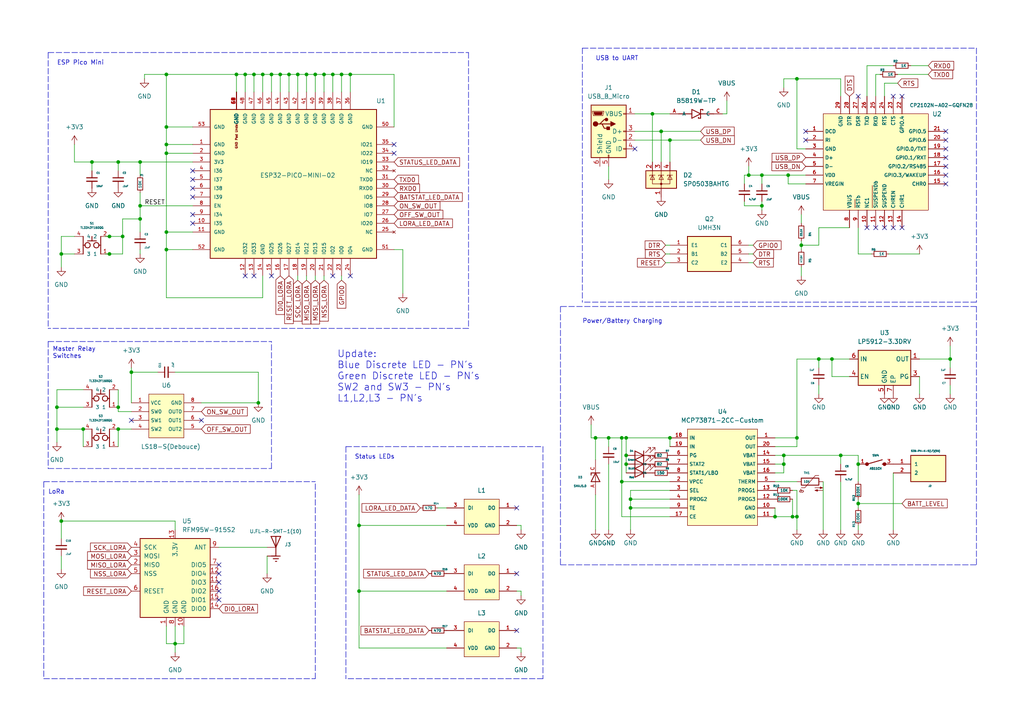
<source format=kicad_sch>
(kicad_sch (version 20211123) (generator eeschema)
  (paper "A4")
  (title_block (title "Kill Switch - Remote") (date "2023-01-18") (rev "1.0") (company "Created by: Greg Hulette") (comment 1 "- LoRa to WiFi Bridge") (comment 2 "- Buttons for Master Relay") (comment 3 "- Creates WiFi Network"))
  (junction (at 220.98 59.69))
  (junction (at 76.2 21.59))
  (junction (at 248.92 146.05))
  (junction (at 88.9 21.59))
  (junction (at 48.26 21.59))
  (junction (at 248.92 134.62))
  (junction (at 24.13 124.46))
  (junction (at 180.34 127))
  (junction (at 180.34 139.7))
  (junction (at 99.06 21.59))
  (junction (at 229.87 149.86))
  (junction (at 232.41 71.12))
  (junction (at 228.6 50.8))
  (junction (at 48.26 44.45))
  (junction (at 50.8 186.69))
  (junction (at 182.88 144.78))
  (junction (at 224.79 149.86))
  (junction (at 34.29 46.99))
  (junction (at 93.98 21.59))
  (junction (at 17.78 73.66))
  (junction (at 83.82 21.59))
  (junction (at 48.26 72.39))
  (junction (at 231.14 127))
  (junction (at 48.26 41.91))
  (junction (at 68.58 21.59))
  (junction (at 231.14 22.86))
  (junction (at 17.78 151.13))
  (junction (at 16.51 124.46))
  (junction (at 189.23 33.02))
  (junction (at 71.12 21.59))
  (junction (at 101.6 21.59))
  (junction (at 78.74 21.59))
  (junction (at 181.61 127))
  (junction (at 48.26 67.31))
  (junction (at 40.64 46.99))
  (junction (at 104.14 152.4))
  (junction (at 35.56 68.58))
  (junction (at 40.64 59.69))
  (junction (at 74.93 116.84))
  (junction (at 34.29 124.46))
  (junction (at 182.88 147.32))
  (junction (at 194.31 40.64))
  (junction (at 86.36 21.59))
  (junction (at 172.72 127))
  (junction (at 217.17 50.8))
  (junction (at 237.49 104.14))
  (junction (at 40.64 63.5))
  (junction (at 73.66 21.59))
  (junction (at 181.61 132.08))
  (junction (at 220.98 50.8))
  (junction (at 227.33 132.08))
  (junction (at 241.3 104.14))
  (junction (at 194.31 127))
  (junction (at 91.44 21.59))
  (junction (at 38.1 107.95))
  (junction (at 16.51 118.11))
  (junction (at 243.84 132.08))
  (junction (at 191.77 38.1))
  (junction (at 227.33 134.62))
  (junction (at 275.59 104.14))
  (junction (at 81.28 21.59))
  (junction (at 181.61 134.62))
  (junction (at 31.75 73.66))
  (junction (at 26.67 46.99))
  (junction (at 104.14 171.45))
  (junction (at 48.26 36.83))
  (junction (at 34.29 118.11))
  (junction (at 31.75 68.58))
  (junction (at 176.53 127))
  (junction (at 231.14 149.86))
  (junction (at 96.52 21.59))
  (no_connect (at 259.08 27.94))
  (no_connect (at 149.86 166.37))
  (no_connect (at 63.5 166.37))
  (no_connect (at 63.5 163.83))
  (no_connect (at 63.5 168.91))
  (no_connect (at 63.5 173.99))
  (no_connect (at 63.5 171.45))
  (no_connect (at 55.88 57.15))
  (no_connect (at 55.88 62.23))
  (no_connect (at 55.88 49.53))
  (no_connect (at 55.88 52.07))
  (no_connect (at 55.88 54.61))
  (no_connect (at 71.12 80.01))
  (no_connect (at 55.88 64.77))
  (no_connect (at 114.3 41.91))
  (no_connect (at 96.52 80.01))
  (no_connect (at 101.6 80.01))
  (no_connect (at 73.66 80.01))
  (no_connect (at 78.74 80.01))
  (no_connect (at 114.3 44.45))
  (no_connect (at 149.86 147.32))
  (no_connect (at 149.86 182.88))
  (no_connect (at 38.1 121.92))
  (no_connect (at 58.42 121.92))
  (no_connect (at 248.92 27.94))
  (no_connect (at 233.68 38.1))
  (no_connect (at 233.68 40.64))
  (no_connect (at 261.62 27.94))
  (no_connect (at 256.54 66.04))
  (no_connect (at 254 66.04))
  (no_connect (at 251.46 66.04))
  (no_connect (at 274.32 53.34))
  (no_connect (at 274.32 38.1))
  (no_connect (at 274.32 40.64))
  (no_connect (at 274.32 43.18))
  (no_connect (at 274.32 45.72))
  (no_connect (at 274.32 48.26))
  (no_connect (at 274.32 50.8))
  (no_connect (at 261.62 66.04))
  (no_connect (at 259.08 66.04))
  (no_connect (at 184.15 43.18))
  (polyline (pts (xy 135.89 15.24) (xy 135.89 95.25)))
  (polyline (pts (xy 100.33 129.54) (xy 157.48 129.54)))
  (wire (pts (xy 193.04 76.2) (xy 194.31 76.2)))
  (wire (pts (xy 16.51 113.03) (xy 16.51 118.11)))
  (wire (pts (xy 237.49 104.14) (xy 241.3 104.14)))
  (wire (pts (xy 40.64 46.99) (xy 34.29 46.99)))
  (wire (pts (xy 55.88 72.39) (xy 48.26 72.39)))
  (wire (pts (xy 215.9 58.42) (xy 215.9 59.69)))
  (wire (pts (xy 180.34 139.7) (xy 180.34 149.86)))
  (wire (pts (xy 104.14 187.96) (xy 129.54 187.96)))
  (wire (pts (xy 50.8 186.69) (xy 50.8 189.23)))
  (wire (pts (xy 254 27.94) (xy 254 21.59)))
  (wire (pts (xy 231.14 104.14) (xy 237.49 104.14)))
  (wire (pts (xy 256.54 27.94) (xy 256.54 24.13)))
  (wire (pts (xy 171.45 123.19) (xy 171.45 127)))
  (polyline (pts (xy 12.7 196.85) (xy 91.44 196.85)))
  (wire (pts (xy 34.29 118.11) (xy 34.29 119.38)))
  (wire (pts (xy 48.26 67.31) (xy 55.88 67.31)))
  (wire (pts (xy 71.12 21.59) (xy 71.12 26.67)))
  (polyline (pts (xy 13.97 99.06) (xy 78.74 99.06)))
  (polyline (pts (xy 168.91 13.97) (xy 283.21 13.97)))
  (wire (pts (xy 17.78 161.29) (xy 17.78 165.1)))
  (wire (pts (xy 220.98 53.34) (xy 220.98 50.8)))
  (wire (pts (xy 181.61 132.08) (xy 181.61 134.62)))
  (wire (pts (xy 93.98 21.59) (xy 96.52 21.59)))
  (wire (pts (xy 17.78 68.58) (xy 17.78 73.66)))
  (wire (pts (xy 218.44 73.66) (xy 217.17 73.66)))
  (wire (pts (xy 40.64 59.69) (xy 40.64 63.5)))
  (wire (pts (xy 232.41 77.47) (xy 232.41 80.01)))
  (wire (pts (xy 104.14 143.51) (xy 104.14 152.4)))
  (wire (pts (xy 181.61 134.62) (xy 181.61 137.16)))
  (wire (pts (xy 237.49 66.04) (xy 237.49 71.12)))
  (wire (pts (xy 209.55 33.02) (xy 210.82 33.02)))
  (wire (pts (xy 182.88 147.32) (xy 194.31 147.32)))
  (wire (pts (xy 48.26 72.39) (xy 48.26 67.31)))
  (wire (pts (xy 48.26 44.45) (xy 48.26 41.91)))
  (wire (pts (xy 86.36 21.59) (xy 86.36 26.67)))
  (wire (pts (xy 48.26 21.59) (xy 48.26 36.83)))
  (wire (pts (xy 53.34 181.61) (xy 53.34 186.69)))
  (wire (pts (xy 194.31 73.66) (xy 193.04 73.66)))
  (wire (pts (xy 194.31 127) (xy 194.31 129.54)))
  (wire (pts (xy 189.23 33.02) (xy 189.23 46.99)))
  (wire (pts (xy 16.51 118.11) (xy 24.13 118.11)))
  (polyline (pts (xy 283.21 88.9) (xy 283.21 163.83)))
  (wire (pts (xy 91.44 21.59) (xy 91.44 26.67)))
  (polyline (pts (xy 13.97 135.89) (xy 78.74 135.89)))
  (wire (pts (xy 88.9 21.59) (xy 91.44 21.59)))
  (wire (pts (xy 40.64 46.99) (xy 40.64 50.8)))
  (polyline (pts (xy 283.21 87.63) (xy 168.91 87.63)))
  (wire (pts (xy 48.26 41.91) (xy 55.88 41.91)))
  (wire (pts (xy 35.56 63.5) (xy 35.56 68.58)))
  (wire (pts (xy 224.79 139.7) (xy 231.14 139.7)))
  (wire (pts (xy 229.87 142.24) (xy 231.14 142.24)))
  (polyline (pts (xy 135.89 95.25) (xy 13.97 95.25)))
  (wire (pts (xy 228.6 50.8) (xy 220.98 50.8)))
  (wire (pts (xy 172.72 153.67) (xy 172.72 143.51)))
  (wire (pts (xy 21.59 41.91) (xy 21.59 46.99)))
  (wire (pts (xy 151.13 153.67) (xy 151.13 152.4)))
  (wire (pts (xy 215.9 59.69) (xy 220.98 59.69)))
  (wire (pts (xy 30.48 73.66) (xy 31.75 73.66)))
  (polyline (pts (xy 91.44 196.85) (xy 91.44 139.7)))
  (wire (pts (xy 275.59 114.3) (xy 275.59 111.76)))
  (polyline (pts (xy 162.56 88.9) (xy 162.56 163.83)))
  (wire (pts (xy 264.16 19.05) (xy 269.24 19.05)))
  (wire (pts (xy 220.98 58.42) (xy 220.98 59.69)))
  (wire (pts (xy 180.34 127) (xy 181.61 127)))
  (wire (pts (xy 16.51 124.46) (xy 16.51 128.27)))
  (polyline (pts (xy 12.7 139.7) (xy 91.44 139.7)))
  (wire (pts (xy 232.41 71.12) (xy 232.41 72.39)))
  (wire (pts (xy 55.88 46.99) (xy 40.64 46.99)))
  (wire (pts (xy 86.36 21.59) (xy 88.9 21.59)))
  (wire (pts (xy 26.67 46.99) (xy 21.59 46.99)))
  (wire (pts (xy 17.78 73.66) (xy 21.59 73.66)))
  (wire (pts (xy 73.66 21.59) (xy 76.2 21.59)))
  (wire (pts (xy 224.79 127) (xy 231.14 127)))
  (wire (pts (xy 151.13 171.45) (xy 149.86 171.45)))
  (polyline (pts (xy 168.91 13.97) (xy 168.91 87.63)))
  (wire (pts (xy 91.44 81.28) (xy 91.44 80.01)))
  (wire (pts (xy 83.82 21.59) (xy 86.36 21.59)))
  (wire (pts (xy 48.26 21.59) (xy 68.58 21.59)))
  (wire (pts (xy 176.53 48.26) (xy 176.53 52.07)))
  (wire (pts (xy 129.54 152.4) (xy 104.14 152.4)))
  (wire (pts (xy 71.12 21.59) (xy 73.66 21.59)))
  (wire (pts (xy 129.54 147.32) (xy 127 147.32)))
  (wire (pts (xy 181.61 127) (xy 181.61 132.08)))
  (wire (pts (xy 77.47 161.29) (xy 77.47 166.37)))
  (wire (pts (xy 40.64 72.39) (xy 40.64 73.66)))
  (wire (pts (xy 248.92 152.4) (xy 248.92 153.67)))
  (wire (pts (xy 233.68 50.8) (xy 228.6 50.8)))
  (wire (pts (xy 53.34 186.69) (xy 50.8 186.69)))
  (wire (pts (xy 246.38 109.22) (xy 241.3 109.22)))
  (wire (pts (xy 220.98 59.69) (xy 220.98 60.96)))
  (polyline (pts (xy 12.7 139.7) (xy 12.7 196.85)))
  (wire (pts (xy 17.78 151.13) (xy 17.78 156.21)))
  (wire (pts (xy 88.9 81.28) (xy 88.9 80.01)))
  (wire (pts (xy 184.15 40.64) (xy 194.31 40.64)))
  (wire (pts (xy 194.31 139.7) (xy 180.34 139.7)))
  (wire (pts (xy 38.1 107.95) (xy 38.1 116.84)))
  (wire (pts (xy 227.33 22.86) (xy 227.33 25.4)))
  (wire (pts (xy 224.79 137.16) (xy 227.33 137.16)))
  (wire (pts (xy 182.88 144.78) (xy 194.31 144.78)))
  (wire (pts (xy 40.64 55.88) (xy 40.64 59.69)))
  (wire (pts (xy 50.8 181.61) (xy 50.8 186.69)))
  (wire (pts (xy 81.28 21.59) (xy 83.82 21.59)))
  (wire (pts (xy 38.1 106.68) (xy 38.1 107.95)))
  (wire (pts (xy 237.49 106.68) (xy 237.49 104.14)))
  (wire (pts (xy 48.26 181.61) (xy 48.26 186.69)))
  (wire (pts (xy 237.49 71.12) (xy 232.41 71.12)))
  (wire (pts (xy 176.53 153.67) (xy 176.53 134.62)))
  (wire (pts (xy 248.92 132.08) (xy 248.92 134.62)))
  (wire (pts (xy 224.79 134.62) (xy 227.33 134.62)))
  (wire (pts (xy 266.7 104.14) (xy 275.59 104.14)))
  (wire (pts (xy 101.6 26.67) (xy 101.6 21.59)))
  (wire (pts (xy 76.2 80.01) (xy 76.2 86.36)))
  (wire (pts (xy 34.29 119.38) (xy 38.1 119.38)))
  (wire (pts (xy 182.88 144.78) (xy 182.88 147.32)))
  (wire (pts (xy 50.8 107.95) (xy 74.93 107.95)))
  (wire (pts (xy 194.31 40.64) (xy 194.31 46.99)))
  (wire (pts (xy 48.26 186.69) (xy 50.8 186.69)))
  (wire (pts (xy 17.78 73.66) (xy 17.78 77.47)))
  (wire (pts (xy 210.82 29.21) (xy 210.82 33.02)))
  (wire (pts (xy 76.2 26.67) (xy 76.2 21.59)))
  (wire (pts (xy 26.67 46.99) (xy 26.67 49.53)))
  (wire (pts (xy 227.33 137.16) (xy 227.33 134.62)))
  (wire (pts (xy 74.93 107.95) (xy 74.93 116.84)))
  (wire (pts (xy 217.17 76.2) (xy 218.44 76.2)))
  (wire (pts (xy 248.92 134.62) (xy 248.92 139.7)))
  (wire (pts (xy 182.88 147.32) (xy 182.88 153.67)))
  (wire (pts (xy 259.08 153.67) (xy 259.08 137.16)))
  (wire (pts (xy 231.14 22.86) (xy 227.33 22.86)))
  (wire (pts (xy 16.51 118.11) (xy 16.51 124.46)))
  (wire (pts (xy 86.36 81.28) (xy 86.36 80.01)))
  (wire (pts (xy 96.52 21.59) (xy 96.52 26.67)))
  (wire (pts (xy 224.79 129.54) (xy 231.14 129.54)))
  (wire (pts (xy 229.87 149.86) (xy 231.14 149.86)))
  (wire (pts (xy 104.14 171.45) (xy 129.54 171.45)))
  (wire (pts (xy 248.92 144.78) (xy 248.92 146.05)))
  (wire (pts (xy 172.72 133.35) (xy 172.72 127)))
  (wire (pts (xy 227.33 132.08) (xy 243.84 132.08)))
  (wire (pts (xy 68.58 21.59) (xy 68.58 26.67)))
  (wire (pts (xy 151.13 187.96) (xy 149.86 187.96)))
  (wire (pts (xy 104.14 152.4) (xy 104.14 171.45)))
  (wire (pts (xy 34.29 124.46) (xy 34.29 129.54)))
  (wire (pts (xy 41.91 21.59) (xy 48.26 21.59)))
  (wire (pts (xy 241.3 104.14) (xy 246.38 104.14)))
  (wire (pts (xy 233.68 53.34) (xy 228.6 53.34)))
  (wire (pts (xy 231.14 153.67) (xy 231.14 149.86)))
  (wire (pts (xy 243.84 132.08) (xy 248.92 132.08)))
  (wire (pts (xy 48.26 86.36) (xy 48.26 72.39)))
  (wire (pts (xy 275.59 100.33) (xy 275.59 104.14)))
  (wire (pts (xy 248.92 146.05) (xy 261.62 146.05)))
  (wire (pts (xy 238.76 139.7) (xy 238.76 153.67)))
  (wire (pts (xy 34.29 46.99) (xy 34.29 49.53)))
  (polyline (pts (xy 157.48 129.54) (xy 157.48 196.85)))
  (wire (pts (xy 184.15 33.02) (xy 189.23 33.02)))
  (wire (pts (xy 99.06 21.59) (xy 101.6 21.59)))
  (wire (pts (xy 58.42 116.84) (xy 74.93 116.84)))
  (wire (pts (xy 114.3 21.59) (xy 101.6 21.59)))
  (wire (pts (xy 78.74 21.59) (xy 78.74 26.67)))
  (wire (pts (xy 35.56 63.5) (xy 40.64 63.5)))
  (polyline (pts (xy 100.33 129.54) (xy 100.33 196.85)))
  (wire (pts (xy 24.13 124.46) (xy 24.13 129.54)))
  (wire (pts (xy 96.52 21.59) (xy 99.06 21.59)))
  (wire (pts (xy 116.84 72.39) (xy 116.84 85.09)))
  (wire (pts (xy 191.77 38.1) (xy 191.77 46.99)))
  (wire (pts (xy 231.14 104.14) (xy 231.14 127)))
  (wire (pts (xy 231.14 129.54) (xy 231.14 127)))
  (wire (pts (xy 151.13 152.4) (xy 149.86 152.4)))
  (polyline (pts (xy 78.74 135.89) (xy 78.74 99.06)))
  (wire (pts (xy 233.68 43.18) (xy 231.14 43.18)))
  (polyline (pts (xy 162.56 163.83) (xy 283.21 163.83)))
  (wire (pts (xy 151.13 172.72) (xy 151.13 171.45)))
  (wire (pts (xy 81.28 21.59) (xy 81.28 26.67)))
  (wire (pts (xy 248.92 73.66) (xy 252.73 73.66)))
  (wire (pts (xy 176.53 129.54) (xy 176.53 127)))
  (wire (pts (xy 35.56 68.58) (xy 35.56 73.66)))
  (wire (pts (xy 41.91 21.59) (xy 41.91 22.86)))
  (wire (pts (xy 104.14 171.45) (xy 104.14 187.96)))
  (wire (pts (xy 251.46 27.94) (xy 251.46 19.05)))
  (wire (pts (xy 88.9 21.59) (xy 88.9 26.67)))
  (wire (pts (xy 232.41 62.23) (xy 232.41 64.77)))
  (wire (pts (xy 254 21.59) (xy 255.27 21.59)))
  (wire (pts (xy 93.98 21.59) (xy 93.98 26.67)))
  (wire (pts (xy 248.92 146.05) (xy 248.92 147.32)))
  (wire (pts (xy 31.75 68.58) (xy 35.56 68.58)))
  (wire (pts (xy 50.8 153.67) (xy 50.8 151.13)))
  (wire (pts (xy 180.34 127) (xy 180.34 139.7)))
  (wire (pts (xy 248.92 66.04) (xy 248.92 73.66)))
  (wire (pts (xy 93.98 81.28) (xy 93.98 80.01)))
  (wire (pts (xy 151.13 189.23) (xy 151.13 187.96)))
  (wire (pts (xy 181.61 127) (xy 194.31 127)))
  (wire (pts (xy 50.8 151.13) (xy 17.78 151.13)))
  (wire (pts (xy 217.17 48.26) (xy 217.17 50.8)))
  (wire (pts (xy 83.82 21.59) (xy 83.82 26.67)))
  (wire (pts (xy 40.64 59.69) (xy 55.88 59.69)))
  (wire (pts (xy 229.87 149.86) (xy 224.79 149.86)))
  (wire (pts (xy 34.29 124.46) (xy 38.1 124.46)))
  (wire (pts (xy 63.5 158.75) (xy 77.47 158.75)))
  (wire (pts (xy 30.48 68.58) (xy 31.75 68.58)))
  (wire (pts (xy 176.53 127) (xy 180.34 127)))
  (wire (pts (xy 17.78 68.58) (xy 21.59 68.58)))
  (polyline (pts (xy 283.21 13.97) (xy 283.21 87.63)))
  (wire (pts (xy 243.84 27.94) (xy 243.84 22.86)))
  (wire (pts (xy 232.41 69.85) (xy 232.41 71.12)))
  (wire (pts (xy 215.9 50.8) (xy 217.17 50.8)))
  (wire (pts (xy 48.26 44.45) (xy 55.88 44.45)))
  (wire (pts (xy 16.51 124.46) (xy 24.13 124.46)))
  (polyline (pts (xy 13.97 99.06) (xy 13.97 135.89)))
  (wire (pts (xy 231.14 142.24) (xy 231.14 149.86)))
  (wire (pts (xy 91.44 21.59) (xy 93.98 21.59)))
  (wire (pts (xy 16.51 113.03) (xy 24.13 113.03)))
  (wire (pts (xy 217.17 50.8) (xy 220.98 50.8)))
  (wire (pts (xy 73.66 21.59) (xy 73.66 26.67)))
  (wire (pts (xy 114.3 36.83) (xy 114.3 21.59)))
  (wire (pts (xy 194.31 142.24) (xy 182.88 142.24)))
  (wire (pts (xy 257.81 73.66) (xy 266.7 73.66)))
  (polyline (pts (xy 283.21 88.9) (xy 162.56 88.9)))
  (wire (pts (xy 182.88 142.24) (xy 182.88 144.78)))
  (wire (pts (xy 40.64 63.5) (xy 40.64 67.31)))
  (wire (pts (xy 55.88 36.83) (xy 48.26 36.83)))
  (wire (pts (xy 189.23 33.02) (xy 194.31 33.02)))
  (wire (pts (xy 184.15 38.1) (xy 191.77 38.1)))
  (wire (pts (xy 78.74 21.59) (xy 81.28 21.59)))
  (wire (pts (xy 48.26 36.83) (xy 48.26 41.91)))
  (polyline (pts (xy 157.48 196.85) (xy 100.33 196.85)))
  (wire (pts (xy 215.9 53.34) (xy 215.9 50.8)))
  (wire (pts (xy 224.79 147.32) (xy 224.79 149.86)))
  (wire (pts (xy 194.31 149.86) (xy 180.34 149.86)))
  (wire (pts (xy 34.29 46.99) (xy 26.67 46.99)))
  (wire (pts (xy 260.35 21.59) (xy 269.24 21.59)))
  (wire (pts (xy 191.77 38.1) (xy 203.2 38.1)))
  (wire (pts (xy 48.26 67.31) (xy 48.26 44.45)))
  (wire (pts (xy 231.14 43.18) (xy 231.14 22.86)))
  (wire (pts (xy 76.2 21.59) (xy 78.74 21.59)))
  (wire (pts (xy 38.1 107.95) (xy 45.72 107.95)))
  (wire (pts (xy 229.87 144.78) (xy 229.87 149.86)))
  (wire (pts (xy 76.2 86.36) (xy 48.26 86.36)))
  (wire (pts (xy 243.84 153.67) (xy 243.84 139.7)))
  (wire (pts (xy 275.59 106.68) (xy 275.59 104.14)))
  (wire (pts (xy 256.54 24.13) (xy 260.35 24.13)))
  (wire (pts (xy 217.17 71.12) (xy 218.44 71.12)))
  (wire (pts (xy 241.3 109.22) (xy 241.3 104.14)))
  (wire (pts (xy 193.04 71.12) (xy 194.31 71.12)))
  (wire (pts (xy 171.45 127) (xy 172.72 127)))
  (polyline (pts (xy 13.97 15.24) (xy 135.89 15.24)))
  (wire (pts (xy 228.6 53.34) (xy 228.6 50.8)))
  (wire (pts (xy 237.49 66.04) (xy 246.38 66.04)))
  (wire (pts (xy 172.72 127) (xy 176.53 127)))
  (wire (pts (xy 237.49 111.76) (xy 237.49 114.3)))
  (wire (pts (xy 31.75 73.66) (xy 35.56 73.66)))
  (wire (pts (xy 227.33 134.62) (xy 227.33 132.08)))
  (wire (pts (xy 243.84 134.62) (xy 243.84 132.08)))
  (wire (pts (xy 251.46 19.05) (xy 259.08 19.05)))
  (wire (pts (xy 68.58 21.59) (xy 71.12 21.59)))
  (wire (pts (xy 243.84 22.86) (xy 231.14 22.86)))
  (wire (pts (xy 194.31 40.64) (xy 203.2 40.64)))
  (wire (pts (xy 224.79 132.08) (xy 227.33 132.08)))
  (wire (pts (xy 266.7 114.3) (xy 266.7 109.22)))
  (wire (pts (xy 99.06 80.01) (xy 99.06 81.28)))
  (wire (pts (xy 99.06 21.59) (xy 99.06 26.67)))
  (wire (pts (xy 34.29 113.03) (xy 34.29 118.11)))
  (wire (pts (xy 114.3 72.39) (xy 116.84 72.39)))
  (polyline (pts (xy 13.97 15.24) (xy 13.97 95.25)))
  (text "Power/Battery Charging" (at 168.91 93.98 0) (effects (font (size 1.27 1.27)) (justify left bottom)))
  (text "Update:\nBlue Discrete LED - PN's\nGreen Discrete LED - PN's\nSW2 and SW3 - PN's\nL1,L2,L3 - PN's" (at 97.79 116.84 0) (effects (font (size 2 2)) (justify left bottom)))
  (text "ESP Pico Mini" (at 16.51 19.05 0) (effects (font (size 1.27 1.27)) (justify left bottom)))
  (text "Master Relay \nSwitches" (at 15.24 104.14 0) (effects (font (size 1.27 1.27)) (justify left bottom)))
  (text "LoRa" (at 13.97 143.51 0) (effects (font (size 1.27 1.27)) (justify left bottom)))
  (text "Status LEDs" (at 102.87 133.35 0) (effects (font (size 1.27 1.27)) (justify left bottom)))
  (text "USB to UART" (at 172.72 17.78 0) (effects (font (size 1.27 1.27)) (justify left bottom)))
  (label "RESET" (at 41.91 59.69 0))
  (global_label "SCK_LORA" (shape input) (at 38.1 158.75 180) (property "Intersheet References" "${INTERSHEET_REFS}" (effects hide)))
  (global_label "TXD0" (shape input) (at 114.3 52.07 0) (property "Intersheet References" "${INTERSHEET_REFS}" (effects hide)))
  (global_label "TXD0" (shape input) (at 269.24 21.59 0) (property "Intersheet References" "${INTERSHEET_REFS}" (effects hide)))
  (global_label "DI0_LORA" (shape input) (at 81.28 80.01 270) (property "Intersheet References" "${INTERSHEET_REFS}" (effects hide)))
  (global_label "GPIO0" (shape input) (at 218.44 71.12 0) (property "Intersheet References" "${INTERSHEET_REFS}" (effects hide)))
  (global_label "MOSI_LORA" (shape input) (at 38.1 161.29 180) (property "Intersheet References" "${INTERSHEET_REFS}" (effects hide)))
  (global_label "NSS_LORA" (shape input) (at 38.1 166.37 180) (property "Intersheet References" "${INTERSHEET_REFS}" (effects hide)))
  (global_label "OFF_SW_OUT" (shape input) (at 114.3 62.23 0) (property "Intersheet References" "${INTERSHEET_REFS}" (effects hide)))
  (global_label "LORA_LED_DATA" (shape input) (at 114.3 64.77 0) (property "Intersheet References" "${INTERSHEET_REFS}" (effects hide)))
  (global_label "MISO_LORA" (shape input) (at 38.1 163.83 180) (property "Intersheet References" "${INTERSHEET_REFS}" (effects hide)))
  (global_label "RTS" (shape input) (at 218.44 76.2 0) (property "Intersheet References" "${INTERSHEET_REFS}" (effects hide)))
  (global_label "DTR" (shape input) (at 193.04 71.12 180) (property "Intersheet References" "${INTERSHEET_REFS}" (effects hide)))
  (global_label "GPIO0" (shape input) (at 99.06 81.28 270) (property "Intersheet References" "${INTERSHEET_REFS}" (effects hide)))
  (global_label "USB_DP" (shape input) (at 203.2 38.1 0) (property "Intersheet References" "${INTERSHEET_REFS}" (effects hide)))
  (global_label "OFF_SW_OUT" (shape input) (at 58.42 124.46 0) (property "Intersheet References" "${INTERSHEET_REFS}" (effects hide)))
  (global_label "USB_DN" (shape input) (at 233.68 48.26 180) (property "Intersheet References" "${INTERSHEET_REFS}" (effects hide)))
  (global_label "RESET_LORA" (shape input) (at 38.1 171.45 180) (property "Intersheet References" "${INTERSHEET_REFS}" (effects hide)))
  (global_label "USB_DN" (shape input) (at 203.2 40.64 0) (property "Intersheet References" "${INTERSHEET_REFS}" (effects hide)))
  (global_label "STATUS_LED_DATA" (shape input) (at 124.46 166.37 180) (property "Intersheet References" "${INTERSHEET_REFS}" (effects hide)))
  (global_label "MISO_LORA" (shape input) (at 88.9 81.28 270) (property "Intersheet References" "${INTERSHEET_REFS}" (effects hide)))
  (global_label "LORA_LED_DATA" (shape input) (at 121.92 147.32 180) (property "Intersheet References" "${INTERSHEET_REFS}" (effects hide)))
  (global_label "RTS" (shape input) (at 193.04 73.66 180) (property "Intersheet References" "${INTERSHEET_REFS}" (effects hide)))
  (global_label "RXD0" (shape input) (at 114.3 54.61 0) (property "Intersheet References" "${INTERSHEET_REFS}" (effects hide)))
  (global_label "DTR" (shape input) (at 218.44 73.66 0) (property "Intersheet References" "${INTERSHEET_REFS}" (effects hide)))
  (global_label "RESET_LORA" (shape input) (at 83.82 80.01 270) (property "Intersheet References" "${INTERSHEET_REFS}" (effects hide)))
  (global_label "STATUS_LED_DATA" (shape input) (at 114.3 46.99 0) (property "Intersheet References" "${INTERSHEET_REFS}" (effects hide)))
  (global_label "ON_SW_OUT" (shape input) (at 58.42 119.38 0) (property "Intersheet References" "${INTERSHEET_REFS}" (effects hide)))
  (global_label "BATSTAT_LED_DATA" (shape input) (at 124.46 182.88 180) (property "Intersheet References" "${INTERSHEET_REFS}" (effects hide)))
  (global_label "ON_SW_OUT" (shape input) (at 114.3 59.69 0) (property "Intersheet References" "${INTERSHEET_REFS}" (effects hide)))
  (global_label "RESET" (shape input) (at 193.04 76.2 180) (property "Intersheet References" "${INTERSHEET_REFS}" (effects hide)))
  (global_label "RXD0" (shape input) (at 269.24 19.05 0) (property "Intersheet References" "${INTERSHEET_REFS}" (effects hide)))
  (global_label "BATT_LEVEL" (shape input) (at 261.62 146.05 0) (property "Intersheet References" "${INTERSHEET_REFS}" (effects hide)))
  (global_label "RTS" (shape input) (at 260.35 24.13 0) (property "Intersheet References" "${INTERSHEET_REFS}" (effects hide)))
  (global_label "SCK_LORA" (shape input) (at 86.36 81.28 270) (property "Intersheet References" "${INTERSHEET_REFS}" (effects hide)))
  (global_label "BATSTAT_LED_DATA" (shape input) (at 114.3 57.15 0) (property "Intersheet References" "${INTERSHEET_REFS}" (effects hide)))
  (global_label "DTS" (shape input) (at 246.38 27.94 90) (property "Intersheet References" "${INTERSHEET_REFS}" (effects hide)))
  (global_label "USB_DP" (shape input) (at 233.68 45.72 180) (property "Intersheet References" "${INTERSHEET_REFS}" (effects hide)))
  (global_label "NSS_LORA" (shape input) (at 93.98 81.28 270) (property "Intersheet References" "${INTERSHEET_REFS}" (effects hide)))
  (global_label "MOSI_LORA" (shape input) (at 91.44 81.28 270) (property "Intersheet References" "${INTERSHEET_REFS}" (effects hide)))
  (global_label "DI0_LORA" (shape input) (at 63.5 176.53 0) (property "Intersheet References" "${INTERSHEET_REFS}" (effects hide)))
  (symbol (lib_id "power:GND") (at 41.91 22.86 0) (unit 1)
    (property "Reference" "#PWR0136" (effects hide))
    (property "Value" "GND" (at 41.91 27.94 0))
  )
  (symbol (lib_id "Custom:TL3342F160QG") (at 29.21 127 0) (unit 1)
    (property "Reference" "S3" (at 29.21 120.65 0) (effects (font (size 0.6 0.6))))
    (property "Value" "TL3342F160QG" (at 29.21 121.92 0) (effects (font (size 0.6 0.6))))
    (property "Footprint" "Custom:KillSwiitch" (effects hide))
    (property "Datasheet" "https://sten-eswitch-13110800-production.s3.amazonaws.com/system/asset/product_line/data_sheet/165/TL3342.pdf" (effects hide))
    (property "MANUFACTURER" "E SWITCH" (effects hide))
    (property "Manufacturers Name" "E-Switch" (effects hide))
    (property "Manufacturers Part Number" "TL3342F160QG/TR" (effects hide))
    (property "Digikey Part Number" "EG2531CT-ND" (effects hide))
    (property "Mouser Part Number" "------" (effects hide))
    (property "LCSC" "------" (effects hide))
  )
  (symbol (lib_id "power:GND") (at 227.33 25.4 0) (unit 1)
    (property "Reference" "#PWR0108" (effects hide))
    (property "Value" "GND" (at 227.33 30.48 0))
  )
  (symbol (lib_id "LED:WS2812B-2020") (at 139.7 149.86 0) (unit 1)
    (property "Reference" "L1" (at 139.7 142.24 0))
    (property "Value" "WS2812B-2020" (effects hide))
    (property "Footprint" "LED_SMD:LED_WS2812B_PLCC4_5.0x5.0mm_P3.2mm" (effects hide))
    (property "Manufacturers Name" "Worldsemi/Adafruit" (effects hide))
    (property "Manufacturers Part Number" "WS2812B-2020/4684" (effects hide))
    (property "Digikey Part Number" "1528-4684-ND" (effects hide))
    (property "Mouser Part Number" "485-4684" (effects hide))
    (property "LCSC" "C965555" (effects hide))
  )
  (symbol (lib_id "Device:C_Small") (at 40.64 69.85 0) (unit 1)
    (property "Reference" "C3" (at 41.91 67.9513 0) (effects (font (size 0.5 0.5)) (justify left)))
    (property "Value" ".1uF" (at 41.91 71.7613 0) (effects (font (size 0.5 0.5)) (justify left)))
    (property "Footprint" "Capacitor_SMD:C_0603_1608Metric" (effects hide))
    (property "Datasheet" "https://www.we-online.com/katalog/datasheet/885012206020.pdf" (effects hide))
    (property "Manufacturers Name" "Würth Elektronik" (effects hide))
    (property "Manufacturers Part Number" "885012206020" (effects hide))
    (property "Digikey Part Number" "732-7939-1-ND" (effects hide))
    (property "Mouser Part Number" "710-885012206020 " (effects hide))
    (property "LCSC" "-----" (effects hide))
  )
  (symbol (lib_id "power:GND") (at 238.76 153.67 0) (unit 1)
    (property "Reference" "#PWR0117" (effects hide))
    (property "Value" "GND" (at 238.76 157.48 0))
  )
  (symbol (lib_id "Device:C_Small") (at 176.53 132.08 0) (unit 1)
    (property "Reference" "C8" (at 177.8 130.1813 0) (effects (font (size 0.5 0.5)) (justify left)))
    (property "Value" "10uF" (at 177.8 133.9913 0) (effects (font (size 0.5 0.5)) (justify left)))
    (property "Footprint" "Capacitor_SMD:C_0805_2012Metric" (effects hide))
    (property "Datasheet" "https://www.we-online.com/katalog/datasheet/885012107014.pdf" (effects hide))
    (property "Manufacturers Name" "Würth Elektronik" (effects hide))
    (property "Manufacturers Part Number" "885012107014" (effects hide))
    (property "Digikey Part Number" "732-7624-1-ND" (effects hide))
    (property "Mouser Part Number" "710-885012107014" (effects hide))
    (property "LCSC" "-----" (effects hide))
  )
  (symbol (lib_id "Custom:S2B-PH-K-S(LF)(SN)") (at 269.24 134.62 0) (unit 1)
    (property "Reference" "J2" (at 269.24 140.9699 0) (effects (font (size 0.5 0.5)) (justify left)))
    (property "Value" "S2B-PH-K-S(LF)(SN)" (at 264.16 130.8099 0) (effects (font (size 0.5 0.5)) (justify left)))
    (property "Footprint" "Custom:JST_S2B-PH-K-S(LF)(SN)" (effects hide))
    (property "Datasheet" "https://www.jst-mfg.com/product/pdf/eng/ePH.pdf" (effects hide))
    (property "MAXIMUM_PACKAGE_HEIGHT" "4.8mm" (effects hide))
    (property "PACKAGE" "None" (effects hide))
    (property "AVAILABILITY" "Unavailable" (effects hide))
    (property "DESCRIPTION" "Connector Header Through Hole, Right Angle 2 position" (effects hide))
    (property "MP" "S2B-PH-K-S_LF__SN_" (effects hide))
    (property "MF" "JST Sales" (effects hide))
    (property "PRICE" "None" (effects hide))
    (property "Manufacturers Name" "JST Sales America Inc." (effects hide))
    (property "Manufacturers Part Number" "S2B-PH-K-S(LF)(SN)" (effects hide))
    (property "Digikey Part Number" "455-1719-ND" (effects hide))
    (property "Mouser Part Number" "-----" (effects hide))
    (property "LCSC" "C173752" (effects hide))
  )
  (symbol (lib_id "Device:R_Small") (at 191.77 137.16 270) (unit 1)
    (property "Reference" "R9" (at 193.0401 135.89 90) (effects (font (size 0.5 0.5)) (justify left)))
    (property "Value" "150" (at 190.5001 137.16 90) (effects (font (size 0.75 0.75)) (justify left)))
    (property "Footprint" "Resistor_SMD:R_0402_1005Metric" (effects hide))
    (property "Datasheet" "https://industrial.panasonic.com/cdbs/www-data/pdf/RDO0000/AOA0000C331.pdf" (effects hide))
    (property "Manufacturers Name" "Panasonic Electronic Components" (effects hide))
    (property "Manufacturers Part Number" "ERJ-PA2F1500X" (effects hide))
    (property "Digikey Part Number" "2019-SG73P1EWTTP101JCT-ND" (effects hide))
    (property "Mouser Part Number" "667-ERJ-PA2F1500X " (effects hide))
    (property "LCSC" "-------" (effects hide))
  )
  (symbol (lib_id "power:GND") (at 220.98 60.96 0) (unit 1)
    (property "Reference" "#PWR0105" (effects hide))
    (property "Value" "GND" (at 220.98 64.77 0))
  )
  (symbol (lib_id "Device:C_Small") (at 220.98 55.88 0) (unit 1)
    (property "Reference" "C5" (at 222.25 53.9813 0) (effects (font (size 0.5 0.5)) (justify left)))
    (property "Value" ".1uF" (at 222.25 57.7913 0) (effects (font (size 0.5 0.5)) (justify left)))
    (property "Footprint" "Capacitor_SMD:C_0603_1608Metric" (effects hide))
    (property "Datasheet" "https://www.we-online.com/katalog/datasheet/885012206020.pdf" (effects hide))
    (property "Manufacturers Name" "Würth Elektronik" (effects hide))
    (property "Manufacturers Part Number" "885012206020" (effects hide))
    (property "Digikey Part Number" "732-7939-1-ND" (effects hide))
    (property "Mouser Part Number" "710-885012206020 " (effects hide))
    (property "LCSC" "-----" (effects hide))
  )
  (symbol (lib_id "Device:R_Small") (at 127 182.88 270) (unit 1)
    (property "Reference" "R17" (at 128.2701 181.61 90) (effects (font (size 0.5 0.5)) (justify left)))
    (property "Value" "470" (at 125.7301 182.88 90) (effects (font (size 0.75 0.75)) (justify left)))
    (property "Footprint" "Resistor_SMD:R_0402_1005Metric" (effects hide))
    (property "Datasheet" "https://www.yageo.com/upload/media/product/productsearch/datasheet/rchip/PYu-RC_Group_51_RoHS_L_12.pdf" (effects hide))
    (property "Manufacturers Name" "YAGEO" (effects hide))
    (property "Manufacturers Part Number" "RC0402JR-13220RL" (effects hide))
    (property "Digikey Part Number" "13-RC0402JR-13220RLCT-ND" (effects hide))
    (property "Mouser Part Number" "603-RC0402JR-13220RL " (effects hide))
    (property "LCSC" "C3931306" (effects hide))
  )
  (symbol (lib_id "Regulator_Linear:LP5912-3.3DRV") (at 256.54 106.68 0) (unit 1)
    (property "Reference" "U3" (at 256.54 96.52 0))
    (property "Value" "LP5912-3.3DRV" (at 256.54 99.06 0))
    (property "Footprint" "Package_SON:WSON-6-1EP_2x2mm_P0.65mm_EP1x1.6mm_ThermalVias" (effects hide))
    (property "Datasheet" "http://www.ti.com/lit/ds/symlink/lp5912.pdf" (effects hide))
    (property "Manufacturers Name" "Texas Instruments" (effects hide))
    (property "Manufacturers Part Number" "LP5912Q3.3DRVTQ1" (effects hide))
    (property "Digikey Part Number" "296-48933-1-ND" (effects hide))
    (property "LCSC" "C2876187" (effects hide))
    (property "Mouser Part Number" "595-LP5912Q3.3DRVTQ1" (effects hide))
  )
  (symbol (lib_id "Device:R_Small") (at 127 166.37 270) (unit 1)
    (property "Reference" "R16" (at 128.2701 165.1 90) (effects (font (size 0.5 0.5)) (justify left)))
    (property "Value" "470" (at 125.7301 166.37 90) (effects (font (size 0.75 0.75)) (justify left)))
    (property "Footprint" "Resistor_SMD:R_0402_1005Metric" (effects hide))
    (property "Datasheet" "https://www.yageo.com/upload/media/product/productsearch/datasheet/rchip/PYu-RC_Group_51_RoHS_L_12.pdf" (effects hide))
    (property "Manufacturers Name" "YAGEO" (effects hide))
    (property "Manufacturers Part Number" "RC0402JR-13220RL" (effects hide))
    (property "Digikey Part Number" "13-RC0402JR-13220RLCT-ND" (effects hide))
    (property "Mouser Part Number" "603-RC0402JR-13220RL " (effects hide))
    (property "LCSC" "C3931306" (effects hide))
  )
  (symbol (lib_id "power:+3.3V") (at 104.14 143.51 0) (unit 1)
    (property "Reference" "#PWR0130" (effects hide))
    (property "Value" "+3.3V" (at 104.14 138.43 0))
  )
  (symbol (lib_id "power:GND") (at 256.54 114.3 0) (unit 1)
    (property "Reference" "#PWR0121" (effects hide))
    (property "Value" "GND" (at 256.54 118.11 0))
  )
  (symbol (lib_id "Device:LED") (at 185.42 132.08 180) (unit 1)
    (property "Reference" "D4" (at 183.1975 130.81 0) (effects (font (size 0.5 0.5))))
    (property "Value" "Green" (at 183.1975 133.35 0) (effects (font (size 0.5 0.5))))
    (property "Footprint" "LED_SMD:LED_0805_2012Metric_Pad1.15x1.40mm_HandSolder" (effects hide))
    (property "Datasheet" "https://www.kingbrightusa.com/images/catalog/SPEC/APG1608ZGC.pdf" (effects hide))
    (property "Manufacturers Name" "Kingbright" (effects hide))
    (property "Manufacturers Part Number" "APG1608ZGC" (effects hide))
    (property "Digikey Part Number" "754-1356-1-ND" (effects hide))
    (property "Mouser Part Number" "604-APG1608ZGC " (effects hide))
    (property "LCSC" "------" (effects hide))
  )
  (symbol (lib_id "power:VBUS") (at 171.45 123.19 0) (unit 1)
    (property "Reference" "#PWR0113" (effects hide))
    (property "Value" "VBUS" (at 171.45 118.11 0))
  )
  (symbol (lib_id "Device:R_Small") (at 191.77 132.08 270) (unit 1)
    (property "Reference" "R7" (at 193.0401 130.81 90) (effects (font (size 0.5 0.5)) (justify left)))
    (property "Value" "82" (at 190.5001 132.08 90) (effects (font (size 0.75 0.75)) (justify left)))
    (property "Footprint" "Resistor_SMD:R_0402_1005Metric" (effects hide))
    (property "Datasheet" "https://www.koaspeer.com/pdfs/SG73P.pdf" (effects hide))
    (property "Manufacturers Name" "KOA Speer Electronics, Inc." (effects hide))
    (property "Manufacturers Part Number" "SG73P1EWTTP820J" (effects hide))
    (property "Digikey Part Number" "2019-SG73P1EWTTP820JCT-ND" (effects hide))
    (property "Mouser Part Number" "660-SG73P1EWTTP820J " (effects hide))
    (property "LCSC" "C4003417" (effects hide))
  )
  (symbol (lib_id "power:GND") (at 151.13 172.72 0) (unit 1)
    (property "Reference" "#PWR0128" (effects hide))
    (property "Value" "GND" (at 151.13 177.8 0))
  )
  (symbol (lib_id "power:GND") (at 191.77 57.15 0) (unit 1)
    (property "Reference" "#PWR0103" (effects hide))
    (property "Value" "GND" (at 191.77 62.23 0))
  )
  (symbol (lib_id "power:GND") (at 182.88 153.67 0) (unit 1)
    (property "Reference" "#PWR0110" (effects hide))
    (property "Value" "GND" (at 182.88 157.48 0))
  )
  (symbol (lib_id "Custom:MCP73871-2CC-Custom") (at 209.55 139.7 0) (unit 1)
    (property "Reference" "U4" (at 209.55 119.38 0))
    (property "Value" "MCP73871-2CC-Custom" (at 209.55 121.92 0))
    (property "Footprint" "Package_DFN_QFN:QFN-20-1EP_4x4mm_P0.5mm_EP2.7x2.7mm_ThermalVias" (effects hide))
    (property "Datasheet" "https://ww1.microchip.com/downloads/en/DeviceDoc/MCP73871-Data-Sheet-20002090E.pdf" (effects hide))
    (property "Manufacturers Name" "Microchip Technology" (effects hide))
    (property "Manufacturers Part Number" "MCP73871-2CCI/ML" (effects hide))
    (property "Digikey Part Number" "MCP73871-2CCI/ML-ND" (effects hide))
    (property "Mouser Part Number" "579-MCP73871-2CCI/ML " (effects hide))
    (property "LCSC" "C5121473" (effects hide))
  )
  (symbol (lib_id "Custom:CP2102N-A02-GQFN28") (at 254 45.72 0) (unit 1)
    (property "Reference" "U2" (at 271.78 33.0706 0))
    (property "Value" "CP2102N-A02-GQFN28" (at 273.05 30.5307 0) (effects (font (size 1.016 1.016))))
    (property "Footprint" "Package_DFN_QFN:QFN-28-1EP_5x5mm_P0.5mm_EP3.35x3.35mm" (effects hide))
    (property "Manufacturers Name" "Silicon Labs" (effects hide))
    (property "Manufacturers Part Number" "CP2102N-A02-GQFN28" (effects hide))
    (property "Digikey Part Number" "336-5889-ND" (effects hide))
    (property "Mouser Part Number" "634-CP2102NA02GQFN28 " (effects hide))
    (property "LCSC" "C1550553" (effects hide))
  )
  (symbol (lib_id "Device:R_Small") (at 232.41 74.93 0) (unit 1)
    (property "Reference" "R5" (at 234.95 76.1999 90) (effects (font (size 0.6 0.6)) (justify left)))
    (property "Value" "47.5K" (at 232.41 76.1999 90) (effects (font (size 0.5 0.5)) (justify left)))
    (property "Footprint" "Resistor_SMD:R_0402_1005Metric" (effects hide))
    (property "Datasheet" "https://www.yageo.com/upload/media/product/productsearch/datasheet/rchip/PYu-RC_Group_51_RoHS_L_12.pdf" (effects hide))
    (property "Manufacturers Name" "YAGEO" (effects hide))
    (property "Manufacturers Part Number" "RC0402FR-0747K5L" (effects hide))
    (property "Digikey Part Number" "311-47.5KLRCT-ND" (effects hide))
    (property "Mouser Part Number" "603-RC0402FR-0747K5L " (effects hide))
    (property "LCSC" "C137974" (effects hide))
  )
  (symbol (lib_id "power:+3.3V") (at 38.1 106.68 0) (unit 1)
    (property "Reference" "#PWR0132" (effects hide))
    (property "Value" "+3.3V" (at 38.1 101.6 0))
  )
  (symbol (lib_id "power:GND") (at 50.8 189.23 0) (unit 1)
    (property "Reference" "#PWR0141" (effects hide))
    (property "Value" "GND" (at 50.8 194.31 0))
  )
  (symbol (lib_id "Power_Protection:SP0503BAHT") (at 191.77 52.07 0) (unit 1)
    (property "Reference" "D2" (at 198.12 50.7999 0) (effects (justify left)))
    (property "Value" "SP0503BAHTG" (at 198.12 53.3399 0) (effects (justify left)))
    (property "Footprint" "Package_TO_SOT_SMD:SOT-143" (effects hide))
    (property "Datasheet" "http://www.littelfuse.com/~/media/files/littelfuse/technical%20resources/documents/data%20sheets/sp05xxba.pdf" (effects hide))
    (property "Manufacturers Name" "Littelfuse Inc." (effects hide))
    (property "Manufacturers Part Number" "SP0503BAHTG" (effects hide))
    (property "Digikey Part Number" "F2715CT-ND" (effects hide))
    (property "Mouser Part Number" "576-SP0503BAHTG " (effects hide))
    (property "LCSC" "C7074" (effects hide))
  )
  (symbol (lib_id "power:GND") (at 231.14 153.67 0) (unit 1)
    (property "Reference" "#PWR0118" (effects hide))
    (property "Value" "GND" (at 231.14 157.48 0))
  )
  (symbol (lib_id "Device:R_Small") (at 227.33 144.78 90) (unit 1)
    (property "Reference" "R11" (at 226.0599 143.51 90) (effects (font (size 0.6 0.6)) (justify left)))
    (property "Value" "100K" (at 228.5999 144.78 90) (effects (font (size 0.75 0.75)) (justify left)))
    (property "Footprint" "Resistor_SMD:R_0402_1005Metric" (effects hide))
    (property "Datasheet" "https://www.yageo.com/upload/media/product/productsearch/datasheet/rchip/PYu-RT_1-to-0.01_RoHS_L_13.pdf" (effects hide))
    (property "Manufacturers Name" "YAGEO" (effects hide))
    (property "Manufacturers Part Number" "RT0402BRE07100KL" (effects hide))
    (property "Digikey Part Number" "YAG2304CT-ND" (effects hide))
    (property "Mouser Part Number" "603-RT0402BRE07100KL " (effects hide))
    (property "LCSC" "C136979" (effects hide))
  )
  (symbol (lib_id "power:GND") (at 232.41 80.01 0) (unit 1)
    (property "Reference" "#PWR0104" (effects hide))
    (property "Value" "GND" (at 232.41 85.09 0))
  )
  (symbol (lib_id "power:GND") (at 266.7 114.3 0) (unit 1)
    (property "Reference" "#PWR?" (effects hide))
    (property "Value" "GND" (at 266.7 118.11 0))
  )
  (symbol (lib_id "power:GND") (at 259.08 114.3 0) (unit 1)
    (property "Reference" "#PWR0120" (effects hide))
    (property "Value" "GND" (at 259.08 118.11 0))
  )
  (symbol (lib_id "power:GND") (at 40.64 73.66 0) (unit 1)
    (property "Reference" "#PWR0138" (effects hide))
    (property "Value" "GND" (at 40.64 78.74 0))
  )
  (symbol (lib_id "power:+3.3V") (at 17.78 151.13 0) (unit 1)
    (property "Reference" "#PWR0123" (effects hide))
    (property "Value" "+3.3V" (at 17.78 146.05 0))
  )
  (symbol (lib_id "Device:C_Small") (at 26.67 52.07 0) (unit 1)
    (property "Reference" "C1" (at 27.94 50.1713 0) (effects (font (size 0.5 0.5)) (justify left)))
    (property "Value" "10uF" (at 27.94 53.9813 0) (effects (font (size 0.5 0.5)) (justify left)))
    (property "Footprint" "Capacitor_SMD:C_0805_2012Metric" (effects hide))
    (property "Datasheet" "https://www.we-online.com/katalog/datasheet/885012107014.pdf" (effects hide))
    (property "Manufacturers Name" "Würth Elektronik" (effects hide))
    (property "Manufacturers Part Number" "885012107014" (effects hide))
    (property "Digikey Part Number" "732-7624-1-ND" (effects hide))
    (property "Mouser Part Number" "710-885012107014" (effects hide))
    (property "LCSC" "-----" (effects hide))
  )
  (symbol (lib_id "Custom:U.FL-R-SMT-1(10)") (at 80.01 158.75 0) (unit 1)
    (property "Reference" "J3" (at 82.55 157.9244 0) (effects (font (size 1 1)) (justify left)))
    (property "Value" "U.FL-R-SMT-1(10)" (at 72.39 154.1144 0) (effects (font (size 1 1)) (justify left)))
    (property "Footprint" "Custom:HRS_U.FL-R-SMT-1(10)" (effects hide))
    (property "AVAILABILITY" "Good" (effects hide))
    (property "DESCRIPTION" "U.FL Series 6 Ghz 50 Ohm Ultra-small SMT Coaxial Cable Receptacle" (effects hide))
    (property "MP" "U.FL-R-SMT-1_10_" (effects hide))
    (property "PRICE" "0.71 USD" (effects hide))
    (property "MANUFACTURER" "Hirose" (effects hide))
    (property "PACKAGE" "None" (effects hide))
    (property "STANDARD" "Manufacturer Recommendation" (effects hide))
    (property "Manufacturers Name" "Hirose Electric Co Ltd" (effects hide))
    (property "Manufacturers Part Number" "U.FL-R-SMT-1(10)" (effects hide))
    (property "Digikey Part Number" "H11891CT-ND" (effects hide))
    (property "Mouser Part Number" "798-U.FL-R-SMT-110 " (effects hide))
    (property "LCSC" "C88373" (effects hide))
  )
  (symbol (lib_id "power:GND") (at 259.08 153.67 0) (unit 1)
    (property "Reference" "#PWR0114" (effects hide))
    (property "Value" "GND" (at 259.08 157.48 0))
  )
  (symbol (lib_id "Device:C_Small") (at 17.78 158.75 0) (unit 1)
    (property "Reference" "C10" (at 19.05 156.8513 0) (effects (font (size 0.5 0.5)) (justify left)))
    (property "Value" ".1uF" (at 19.05 160.6613 0) (effects (font (size 0.5 0.5)) (justify left)))
    (property "Footprint" "Capacitor_SMD:C_0603_1608Metric" (effects hide))
    (property "Datasheet" "https://www.we-online.com/katalog/datasheet/885012206020.pdf" (effects hide))
    (property "Manufacturers Name" "Würth Elektronik" (effects hide))
    (property "Manufacturers Part Number" "885012206020" (effects hide))
    (property "Digikey Part Number" "732-7939-1-ND" (effects hide))
    (property "Mouser Part Number" "710-885012206020 " (effects hide))
    (property "LCSC" "-----" (effects hide))
  )
  (symbol (lib_id "power:GND") (at 237.49 114.3 0) (unit 1)
    (property "Reference" "#PWR0116" (effects hide))
    (property "Value" "GND" (at 237.49 118.11 0))
  )
  (symbol (lib_id "Device:C_Small") (at 275.59 109.22 180) (unit 1)
    (property "Reference" "C7" (at 274.32 111.1187 0) (effects (font (size 0.5 0.5)) (justify left)))
    (property "Value" "1uF" (at 274.32 107.3087 0) (effects (font (size 0.5 0.5)) (justify left)))
    (property "Footprint" "Capacitor_SMD:C_0603_1608Metric" (effects hide))
    (property "Datasheet" "https://www.we-online.com/katalog/datasheet/885012206052.pdf" (effects hide))
    (property "Manufacturers Name" "Würth Elektronik" (effects hide))
    (property "Manufacturers Part Number" "885012206052" (effects hide))
    (property "Digikey Part Number" "732-7971-1-ND" (effects hide))
    (property "Mouser Part Number" "710-885012206052 " (effects hide))
    (property "LCSC" "C2170528" (effects hide))
  )
  (symbol (lib_id "Device:R_Small") (at 257.81 21.59 90) (unit 1)
    (property "Reference" "R3" (at 256.5399 20.32 90) (effects (font (size 0.6 0.6)) (justify left)))
    (property "Value" "1K" (at 259.0799 21.59 90) (effects (font (size 0.75 0.75)) (justify left)))
    (property "Footprint" "Resistor_SMD:R_0402_1005Metric" (effects hide))
    (property "Datasheet" "https://www.yageo.com/upload/media/product/productsearch/datasheet/rchip/PYu-RC_Group_51_RoHS_L_12.pdf" (effects hide))
    (property "Manufacturers Name" "YAGEO" (effects hide))
    (property "Manufacturers Part Number" "RC0402JR-071KL" (effects hide))
    (property "Digikey Part Number" "311-1.0KJRCT-ND" (effects hide))
    (property "Mouser Part Number" "603-RC0402JR-071KL " (effects hide))
    (property "LCSC" "C105637" (effects hide))
  )
  (symbol (lib_id "Custom:TL3342F160QG") (at 29.21 115.57 0) (unit 1)
    (property "Reference" "S2" (at 29.21 109.22 0) (effects (font (size 0.6 0.6))))
    (property "Value" "TL3342F160QG" (at 29.21 110.49 0) (effects (font (size 0.6 0.6))))
    (property "Footprint" "Custom:KillSwiitch" (effects hide))
    (property "Datasheet" "https://sten-eswitch-13110800-production.s3.amazonaws.com/system/asset/product_line/data_sheet/165/TL3342.pdf" (effects hide))
    (property "MANUFACTURER" "E SWITCH" (effects hide))
    (property "Manufacturers Name" "E-Switch" (effects hide))
    (property "Manufacturers Part Number" "TL3342F160QG/TR" (effects hide))
    (property "Digikey Part Number" "EG2531CT-ND" (effects hide))
    (property "Mouser Part Number" "------" (effects hide))
    (property "LCSC" "------" (effects hide))
  )
  (symbol (lib_id "power:GND") (at 275.59 114.3 0) (unit 1)
    (property "Reference" "#PWR0112" (effects hide))
    (property "Value" "GND" (at 275.59 118.11 0))
  )
  (symbol (lib_id "Device:LED") (at 185.42 134.62 180) (unit 1)
    (property "Reference" "D5" (at 187.0075 134.62 0) (effects (font (size 0.5 0.5))))
    (property "Value" "BLUE" (at 183.1975 135.89 0) (effects (font (size 0.5 0.5))))
    (property "Footprint" "LED_SMD:LED_0805_2012Metric_Pad1.15x1.40mm_HandSolder" (effects hide))
    (property "Datasheet" "https://optoelectronics.liteon.com/upload/download/DS22-2010-0025/LTST-C194TBKT.PDF" (effects hide))
    (property "Manufacturers Name" "Lite-On Inc." (effects hide))
    (property "Manufacturers Part Number" "LTST-C194TBKT" (effects hide))
    (property "Digikey Part Number" "160-1837-1-ND" (effects hide))
    (property "Mouser Part Number" "859-LTST-C194TBKT " (effects hide))
    (property "LCSC" "C575417" (effects hide))
  )
  (symbol (lib_id "Device:C_Small") (at 237.49 109.22 180) (unit 1)
    (property "Reference" "C6" (at 236.22 111.1187 0) (effects (font (size 0.5 0.5)) (justify left)))
    (property "Value" "1uF" (at 236.22 107.3087 0) (effects (font (size 0.5 0.5)) (justify left)))
    (property "Footprint" "Capacitor_SMD:C_0603_1608Metric" (effects hide))
    (property "Datasheet" "https://www.we-online.com/katalog/datasheet/885012206052.pdf" (effects hide))
    (property "Manufacturers Name" "Würth Elektronik" (effects hide))
    (property "Manufacturers Part Number" "885012206052" (effects hide))
    (property "Digikey Part Number" "732-7971-1-ND" (effects hide))
    (property "Mouser Part Number" "710-885012206052 " (effects hide))
    (property "LCSC" "C2170528" (effects hide))
  )
  (symbol (lib_id "Device:R_Small") (at 255.27 73.66 90) (unit 1)
    (property "Reference" "R6" (at 253.9999 72.39 90) (effects (font (size 0.6 0.6)) (justify left)))
    (property "Value" "1K" (at 256.5399 73.66 90) (effects (font (size 0.75 0.75)) (justify left)))
    (property "Footprint" "Resistor_SMD:R_0402_1005Metric" (effects hide))
    (property "Datasheet" "https://www.yageo.com/upload/media/product/productsearch/datasheet/rchip/PYu-RC_Group_51_RoHS_L_12.pdf" (effects hide))
    (property "Manufacturers Name" "YAGEO" (effects hide))
    (property "Manufacturers Part Number" "RC0402JR-071KL" (effects hide))
    (property "Digikey Part Number" "311-1.0KJRCT-ND" (effects hide))
    (property "Mouser Part Number" "603-RC0402JR-071KL " (effects hide))
    (property "LCSC" "C105637" (effects hide))
  )
  (symbol (lib_id "power:VBUS") (at 232.41 62.23 0) (unit 1)
    (property "Reference" "#PWR0109" (effects hide))
    (property "Value" "VBUS" (at 232.41 57.15 0))
  )
  (symbol (lib_id "power:GND") (at 248.92 153.67 0) (unit 1)
    (property "Reference" "#PWR0115" (effects hide))
    (property "Value" "GND" (at 248.92 157.48 0))
  )
  (symbol (lib_id "power:GND") (at 17.78 165.1 0) (unit 1)
    (property "Reference" "#PWR0131" (effects hide))
    (property "Value" "GND" (at 17.78 170.18 0))
  )
  (symbol (lib_id "Device:R_Small") (at 248.92 149.86 180) (unit 1)
    (property "Reference" "R13" (at 247.65 151.1301 90) (effects (font (size 0.6 0.6)) (justify left)))
    (property "Value" "100K" (at 248.92 148.5901 90) (effects (font (size 0.75 0.75)) (justify left)))
    (property "Footprint" "Resistor_SMD:R_0402_1005Metric" (effects hide))
    (property "Datasheet" "https://www.yageo.com/upload/media/product/productsearch/datasheet/rchip/PYu-RT_1-to-0.01_RoHS_L_13.pdf" (effects hide))
    (property "Manufacturers Name" "YAGEO" (effects hide))
    (property "Manufacturers Part Number" "RT0402BRE07100KL" (effects hide))
    (property "Digikey Part Number" "YAG2304CT-ND" (effects hide))
    (property "Mouser Part Number" "603-RT0402BRE07100KL " (effects hide))
    (property "LCSC" "C136979" (effects hide))
  )
  (symbol (lib_id "Connector:USB_B_Micro") (at 176.53 38.1 0) (unit 1)
    (property "Reference" "J1" (at 176.53 25.4 0))
    (property "Value" "USB_B_Micro" (at 176.53 27.94 0))
    (property "Footprint" "Connector_USB:USB_Micro-B_Amphenol_10118194_Horizontal" (effects hide))
    (property "Datasheet" "https://www.amphenol-cs.com/media/wysiwyg/files/drawing/10118194.pdf" (effects hide))
    (property "Manufacturers Name" "Amphenol ICC (FCI)" (effects hide))
    (property "Manufacturers Part Number" "10118194-0001LF" (effects hide))
    (property "Digikey Part Number" "609-4618-1-ND" (effects hide))
    (property "Mouser Part Number" "649-10118194-0001LF " (effects hide))
    (property "LCSC" "C132563" (effects hide))
  )
  (symbol (lib_id "RF_Module:RFM95W-915S2") (at 50.8 166.37 0) (unit 1)
    (property "Reference" "U5" (at 52.8194 151.13 0) (effects (justify left)))
    (property "Value" "RFM95W-915S2" (at 52.8194 153.67 0) (effects (justify left)))
    (property "Footprint" "Custom:RFM95W-915S2" (effects hide))
    (property "Datasheet" "https://www.hoperf.com/data/upload/portal/20181127/5bfcbea20e9ef.pdf" (effects hide))
    (property "Manufacturers Name" "RF Solutions" (effects hide))
    (property "Manufacturers Part Number" "RFM95W-915S2" (effects hide))
    (property "Digikey Part Number" "RFM95W-915S2-ND" (effects hide))
    (property "Mouser Part Number" "223-RFM95W-915S2 " (effects hide))
    (property "LCSC" "-----" (effects hide))
  )
  (symbol (lib_id "power:GND") (at 17.78 77.47 0) (unit 1)
    (property "Reference" "#PWR0139" (effects hide))
    (property "Value" "GND" (at 17.78 82.55 0))
  )
  (symbol (lib_id "Device:C_Small") (at 34.29 52.07 0) (unit 1)
    (property "Reference" "C2" (at 35.56 50.1713 0) (effects (font (size 0.5 0.5)) (justify left)))
    (property "Value" ".1uF" (at 35.56 53.9813 0) (effects (font (size 0.5 0.5)) (justify left)))
    (property "Footprint" "Capacitor_SMD:C_0603_1608Metric" (effects hide))
    (property "Datasheet" "https://www.we-online.com/katalog/datasheet/885012206020.pdf" (effects hide))
    (property "Manufacturers Name" "Würth Elektronik" (effects hide))
    (property "Manufacturers Part Number" "885012206020" (effects hide))
    (property "Digikey Part Number" "732-7939-1-ND" (effects hide))
    (property "Mouser Part Number" "710-885012206020 " (effects hide))
    (property "LCSC" "-----" (effects hide))
  )
  (symbol (lib_id "Device:C_Small") (at 243.84 137.16 0) (unit 1)
    (property "Reference" "C9" (at 245.11 135.2613 0) (effects (font (size 0.5 0.5)) (justify left)))
    (property "Value" "4.7uF" (at 245.11 139.0713 0) (effects (font (size 0.5 0.5)) (justify left)))
    (property "Footprint" "Capacitor_SMD:C_0603_1608Metric" (effects hide))
    (property "Datasheet" "https://www.we-online.com/katalog/datasheet/885012106005.pdf" (effects hide))
    (property "Manufacturers Name" "Würth Elektronik" (effects hide))
    (property "Manufacturers Part Number" "885012106005" (effects hide))
    (property "Digikey Part Number" "732-7902-1-ND" (effects hide))
    (property "Mouser Part Number" "710-885012106005 " (effects hide))
    (property "LCSC" "-----" (effects hide))
  )
  (symbol (lib_id "power:GND") (at 172.72 153.67 0) (unit 1)
    (property "Reference" "#PWR0124" (effects hide))
    (property "Value" "GND" (at 172.72 157.48 0))
  )
  (symbol (lib_id "Device:R_Small") (at 232.41 67.31 0) (unit 1)
    (property "Reference" "R4" (at 234.95 68.5799 90) (effects (font (size 0.6 0.6)) (justify left)))
    (property "Value" "22.1K" (at 232.41 68.5799 90) (effects (font (size 0.5 0.5)) (justify left)))
    (property "Footprint" "Resistor_SMD:R_0402_1005Metric" (effects hide))
    (property "Datasheet" "https://www.yageo.com/upload/media/product/productsearch/datasheet/rchip/PYu-RC_Group_51_RoHS_L_12.pdf" (effects hide))
    (property "Manufacturers Name" "YAGEO" (effects hide))
    (property "Manufacturers Part Number" "RC0402JR-0722KL" (effects hide))
    (property "Digikey Part Number" "311-22KJRCT-ND" (effects hide))
    (property "Mouser Part Number" "603-RC0402JR-0722KL " (effects hide))
    (property "LCSC" "C137898" (effects hide))
  )
  (symbol (lib_id "Custom:UMH3N") (at 194.31 71.12 0) (unit 1)
    (property "Reference" "Q2" (at 205.74 63.5 0))
    (property "Value" "UMH3N" (at 205.74 66.04 0))
    (property "Footprint" "Custom:SOT65P230X110-6N" (effects hide))
    (property "Datasheet" "https://www.mouser.com/datasheet/2/348/umh3ntn-e-1872947.pdf" (effects hide))
    (property "MANUFACTURER_PART_NUMBER" "UMH3N" (effects hide))
    (property "MANUFACTURER_NAME" "Changjiang Electronics Tech (CJ)" (effects hide))
    (property "HEIGHT" "1.1mm" (effects hide))
    (property "DESCRIPTION" "2 NPN pre-biased (Dual) 100mA 50V SC-70-6(SOT-363) Digital Transistors RoHS" (effects hide))
    (property "Manufacturers Name" "ROHM Semiconductor" (effects hide))
    (property "Manufacturers Part Number" "UMH3NTN " (effects hide))
    (property "Digikey Part Number" "UMH3NTNCT-ND" (effects hide))
    (property "Mouser Part Number" "755-UMH3NTN " (effects hide))
    (property "LCSC" "C123008" (effects hide))
  )
  (symbol (lib_id "power:GND") (at 77.47 166.37 0) (unit 1)
    (property "Reference" "#PWR0140" (effects hide))
    (property "Value" "GND" (at 77.47 171.45 0))
  )
  (symbol (lib_id "Device:R_Small") (at 227.33 142.24 90) (unit 1)
    (property "Reference" "R10" (at 226.0599 140.97 90) (effects (font (size 0.6 0.6)) (justify left)))
    (property "Value" "10K" (at 228.5999 142.24 90) (effects (font (size 0.75 0.75)) (justify left)))
    (property "Footprint" "Resistor_SMD:R_0402_1005Metric" (effects hide))
    (property "Datasheet" "https://www.yageo.com/upload/media/product/productsearch/datasheet/rchip/PYu-RC_Group_51_RoHS_L_12.pdf" (effects hide))
    (property "Manufacturers Name" "YAGEO" (effects hide))
    (property "Manufacturers Part Number" "RC0402JR-0710KL" (effects hide))
    (property "Digikey Part Number" "311-10KJRCT-ND" (effects hide))
    (property "Mouser Part Number" "603-RC0402JR-0710KL " (effects hide))
    (property "LCSC" "C60489" (effects hide))
  )
  (symbol (lib_id "power:GND") (at 26.67 54.61 0) (unit 1)
    (property "Reference" "#PWR0134" (effects hide))
    (property "Value" "GND" (at 26.67 59.69 0))
  )
  (symbol (lib_id "Device:R_Small") (at 261.62 19.05 90) (unit 1)
    (property "Reference" "R2" (at 260.3499 17.78 90) (effects (font (size 0.6 0.6)) (justify left)))
    (property "Value" "1K" (at 262.8899 19.05 90) (effects (font (size 0.75 0.75)) (justify left)))
    (property "Footprint" "Resistor_SMD:R_0402_1005Metric" (effects hide))
    (property "Datasheet" "https://www.yageo.com/upload/media/product/productsearch/datasheet/rchip/PYu-RC_Group_51_RoHS_L_12.pdf" (effects hide))
    (property "Manufacturers Name" "YAGEO" (effects hide))
    (property "Manufacturers Part Number" "RC0402JR-071KL" (effects hide))
    (property "Digikey Part Number" "311-1.0KJRCT-ND" (effects hide))
    (property "Mouser Part Number" "603-RC0402JR-071KL " (effects hide))
    (property "LCSC" "C105637" (effects hide))
  )
  (symbol (lib_id "Custom:B5819W-TP") (at 201.93 33.02 0) (unit 1)
    (property "Reference" "D1" (at 201.93 26.67 0))
    (property "Value" "B5819W-TP" (at 201.93 29.21 0))
    (property "Footprint" "Custom:SOD3716X135N" (effects hide))
    (property "Datasheet" "https://www.mccsemi.com/pdf/Products/B5817W-B5819W(SOD-123).pdf" (effects hide))
    (property "MANUFACTURER" "Micro Commercial Components" (effects hide))
    (property "Manufacturers Name" "Micro Commercial Co" (effects hide))
    (property "Manufacturers Part Number" "B5819W-TP" (effects hide))
    (property "Digikey Part Number" "B5819W-TPMSCT-ND" (effects hide))
    (property "Mouser Part Number" "833-B5819W-TP " (effects hide))
    (property "LCSC" "C84354" (effects hide))
  )
  (symbol (lib_id "Device:Thermistor_NTC") (at 234.95 139.7 90) (unit 1)
    (property "Reference" "TH1" (at 233.9975 137.16 90) (effects (font (size 0.6 0.6))))
    (property "Value" "10K" (at 233.9975 139.7 90) (effects (font (size 0.6 0.6))))
    (property "Footprint" "Capacitor_SMD:C_0603_1608Metric" (effects hide))
    (property "Datasheet" "https://www.ohmite.com/assets/docs/res_tx.pdf?r=false" (effects hide))
    (property "Manufacturers Name" "Ohmite" (effects hide))
    (property "Manufacturers Part Number" "TX06F103F3435ER" (effects hide))
    (property "Digikey Part Number" "273-TX06F103F3435ERCT-ND" (effects hide))
    (property "Mouser Part Number" "588-TX06F103F3435ER " (effects hide))
    (property "LCSC" "------" (effects hide))
  )
  (symbol (lib_id "power:GND") (at 74.93 116.84 0) (unit 1)
    (property "Reference" "#PWR0127" (effects hide))
    (property "Value" "GND" (at 74.93 121.92 0))
  )
  (symbol (lib_id "Device:R_Small") (at 191.77 134.62 270) (unit 1)
    (property "Reference" "R8" (at 193.0401 133.35 90) (effects (font (size 0.5 0.5)) (justify left)))
    (property "Value" "82" (at 190.5001 134.62 90) (effects (font (size 0.75 0.75)) (justify left)))
    (property "Footprint" "Resistor_SMD:R_0402_1005Metric" (effects hide))
    (property "Datasheet" "https://www.koaspeer.com/pdfs/SG73P.pdf" (effects hide))
    (property "Manufacturers Name" "KOA Speer Electronics, Inc." (effects hide))
    (property "Manufacturers Part Number" "SG73P1EWTTP820J" (effects hide))
    (property "Digikey Part Number" "2019-SG73P1EWTTP820JCT-ND" (effects hide))
    (property "Mouser Part Number" "660-SG73P1EWTTP820J " (effects hide))
    (property "LCSC" "C4003417" (effects hide))
  )
  (symbol (lib_id "power:GND") (at 116.84 85.09 0) (unit 1)
    (property "Reference" "#PWR0126" (effects hide))
    (property "Value" "GND" (at 116.84 90.17 0))
  )
  (symbol (lib_id "Custom:TL3342F160QG") (at 26.67 71.12 0) (unit 1)
    (property "Reference" "S1" (at 26.67 64.77 0) (effects (font (size 0.6 0.6))))
    (property "Value" "TL3342F160QG" (at 26.67 66.04 0) (effects (font (size 0.6 0.6))))
    (property "Footprint" "Custom:SW_TL3342F160QG" (effects hide))
    (property "Datasheet" "https://sten-eswitch-13110800-production.s3.amazonaws.com/system/asset/product_line/data_sheet/165/TL3342.pdf" (effects hide))
    (property "MANUFACTURER" "E SWITCH" (effects hide))
    (property "Manufacturers Name" "E-Switch" (effects hide))
    (property "Manufacturers Part Number" "TL3342F160QG/TR" (effects hide))
    (property "Digikey Part Number" "EG2531CT-ND" (effects hide))
    (property "Mouser Part Number" "------" (effects hide))
    (property "LCSC" "------" (effects hide))
  )
  (symbol (lib_id "power:VBUS") (at 210.82 29.21 0) (unit 1)
    (property "Reference" "#PWR0107" (effects hide))
    (property "Value" "VBUS" (at 210.82 24.13 0))
  )
  (symbol (lib_id "power:+3.3V") (at 21.59 41.91 0) (unit 1)
    (property "Reference" "#PWR0137" (effects hide))
    (property "Value" "+3.3V" (at 21.59 36.83 0))
  )
  (symbol (lib_id "Custom:SMAJ5.0") (at 172.72 138.43 270) (unit 1)
    (property "Reference" "D3" (at 167.64 138.4299 90) (effects (font (size 0.6 0.6)) (justify left)))
    (property "Value" "SMAJ5.0" (at 166.37 140.9699 90) (effects (font (size 0.6 0.6)) (justify left)))
    (property "Footprint" "Custom:SMAJ5.0_DIOM4325X250N" (effects hide))
    (property "Datasheet" "https://www.vishay.com/docs/88390/smaj50a.pdf" (effects hide))
    (property "MAXIMUM_PACKAGE_HEIGHT" "2.5 mm" (effects hide))
    (property "MANUFACTURER" "Taiwan Semiconductor" (effects hide))
    (property "PARTREV" "S2102" (effects hide))
    (property "STANDARD" "IPC-7351B" (effects hide))
    (property "Manufacturers Name" "Vishay General Semiconductor - Diodes Division" (effects hide))
    (property "Manufacturers Part Number" "SMAJ5.0A-E3/5A" (effects hide))
    (property "Digikey Part Number" "SMAJ5.0A-E3/5AGICT-ND" (effects hide))
    (property "Mouser Part Number" "625-SMAJ5.0A-E3/5A " (effects hide))
    (property "LCSC" "C511513" (effects hide))
  )
  (symbol (lib_id "power:+3.3V") (at 275.59 100.33 0) (unit 1)
    (property "Reference" "#PWR0111" (effects hide))
    (property "Value" "+3.3V" (at 275.59 95.25 0))
  )
  (symbol (lib_id "power:GND") (at 176.53 52.07 0) (unit 1)
    (property "Reference" "#PWR0101" (effects hide))
    (property "Value" "GND" (at 176.53 57.15 0))
  )
  (symbol (lib_id "Device:LED") (at 185.42 137.16 180) (unit 1)
    (property "Reference" "D6" (at 187.0075 137.16 0) (effects (font (size 0.5 0.5))))
    (property "Value" "Red" (at 183.1975 138.43 0) (effects (font (size 0.5 0.5))))
    (property "Footprint" "LED_SMD:LED_0805_2012Metric_Pad1.15x1.40mm_HandSolder" (effects hide))
    (property "Datasheet" "https://optoelectronics.liteon.com/upload/download/DS22-2000-109/LTST-C171KRKT.pdf" (effects hide))
    (property "Manufacturers Name" "Lite-On Inc." (effects hide))
    (property "Manufacturers Part Number" "LTST-C171KRKT" (effects hide))
    (property "Digikey Part Number" "160-1427-1-ND" (effects hide))
    (property "Mouser Part Number" "859-LTST-C171KRKT " (effects hide))
    (property "LCSC" "C284871" (effects hide))
  )
  (symbol (lib_id "power:GND") (at 16.51 128.27 0) (unit 1)
    (property "Reference" "#PWR0133" (effects hide))
    (property "Value" "GND" (at 16.51 133.35 0))
  )
  (symbol (lib_id "Custom:LS18-S(Debouce)") (at 48.26 121.92 0) (unit 1)
    (property "Reference" "U6" (at 48.26 111.76 0))
    (property "Value" "LS18-S(Debouce)" (at 49.53 129.54 0))
    (property "Footprint" "Custom:SOIC127P600X175-8N" (effects hide))
    (property "Datasheet" "https://www.logiswitch.com/wp-content/uploads/LS10-Series-ICs-Technical-Details.pdf" (effects hide))
    (property "Manufacturers Name" "LogiSwitch" (effects hide))
    (property "Manufacturers Part Number" "LS18-S" (effects hide))
    (property "Digikey Part Number" "2978-LS18-S-ND" (effects hide))
    (property "Mouser Part Number" "------" (effects hide))
    (property "LCSC" "-----" (effects hide))
  )
  (symbol (lib_id "power:GND") (at 151.13 153.67 0) (unit 1)
    (property "Reference" "#PWR0122" (effects hide))
    (property "Value" "GND" (at 151.13 158.75 0))
  )
  (symbol (lib_id "power:GND") (at 34.29 54.61 0) (unit 1)
    (property "Reference" "#PWR0135" (effects hide))
    (property "Value" "GND" (at 34.29 59.69 0))
  )
  (symbol (lib_id "Custom:AS11CH") (at 254 134.62 0) (unit 1)
    (property "Reference" "SW4" (at 254 132.08 0) (effects (font (size 0.6 0.6))))
    (property "Value" "AS11CH" (at 254 135.89 0) (effects (font (size 0.6 0.6))))
    (property "Footprint" "Custom:AS11CH" (effects hide))
    (property "Datasheet" "https://www.nkkswitches.com/pdf/Aslides.pdf" (effects hide))
    (property "Manufacturers Name" "NKK Switches" (effects hide))
    (property "Manufacturers Part Number" "AS11CH" (effects hide))
    (property "Digikey Part Number" "360-2728-ND" (effects hide))
    (property "Mouser Part Number" "633-AS11CH " (effects hide))
    (property "LCSC" "-----" (effects hide))
  )
  (symbol (lib_id "power:+3.3V") (at 266.7 73.66 0) (unit 1)
    (property "Reference" "#PWR0102" (effects hide))
    (property "Value" "+3.3V" (at 266.7 68.58 0))
  )
  (symbol (lib_id "Custom:ESP32-PICO-MINI-02") (at 86.36 52.07 0) (unit 1)
    (property "Reference" "U1" (at 110.49 29.2606 0))
    (property "Value" "ESP32-PICO-MINI-02" (at 86.36 50.8506 0))
    (property "Footprint" "Custom:MODULE_ESP32-PICO-MINI-02" (effects hide))
    (property "Datasheet" "https://www.espressif.com/sites/default/files/documentation/esp32-pico-mini-02_datasheet_en.pdf" (effects hide))
    (property "STANDARD" "Manufacturer Recommendations" (effects hide))
    (property "MAXIMUM_PACKAGE_HEIGHT" "2.55mm" (effects hide))
    (property "MANUFACTURER" "Espressif" (effects hide))
    (property "PARTREV" "v1.0" (effects hide))
    (property "Manufacturers Name" "Espressif Systems" (effects hide))
    (property "Manufacturers Part Number" "ESP32-PICO-MINI-02-N8R2" (effects hide))
    (property "Digikey Part Number" "1965-ESP32-PICO-MINI-02-N8R2CT-ND" (effects hide))
    (property "Mouser Part Number" "356-ESP32PCOMN2PH3Q0" (effects hide))
    (property "LCSC" "C2980306" (effects hide))
  )
  (symbol (lib_id "Device:R_Small") (at 248.92 142.24 180) (unit 1)
    (property "Reference" "R12" (at 247.65 143.5101 90) (effects (font (size 0.6 0.6)) (justify left)))
    (property "Value" "100K" (at 248.92 140.9701 90) (effects (font (size 0.75 0.75)) (justify left)))
    (property "Footprint" "Resistor_SMD:R_0402_1005Metric" (effects hide))
    (property "Datasheet" "https://www.yageo.com/upload/media/product/productsearch/datasheet/rchip/PYu-RT_1-to-0.01_RoHS_L_13.pdf" (effects hide))
    (property "Manufacturers Name" "YAGEO" (effects hide))
    (property "Manufacturers Part Number" "RT0402BRE07100KL" (effects hide))
    (property "Digikey Part Number" "YAG2304CT-ND" (effects hide))
    (property "Mouser Part Number" "603-RT0402BRE07100KL " (effects hide))
    (property "LCSC" "C136979" (effects hide))
  )
  (symbol (lib_id "LED:WS2812B-2020") (at 139.7 168.91 0) (unit 1)
    (property "Reference" "L2" (at 139.7 161.29 0))
    (property "Value" "WS2812B-2020" (effects hide))
    (property "Footprint" "LED_SMD:LED_WS2812B_PLCC4_5.0x5.0mm_P3.2mm" (effects hide))
    (property "Manufacturers Name" "Worldsemi/Adafruit" (effects hide))
    (property "Manufacturers Part Number" "WS2812B-2020/4684" (effects hide))
    (property "Digikey Part Number" "1528-4684-ND" (effects hide))
    (property "Mouser Part Number" "485-4684" (effects hide))
    (property "LCSC" "C965555" (effects hide))
  )
  (symbol (lib_id "Device:C_Small") (at 48.26 107.95 90) (unit 1)
    (property "Reference" "C11" (at 46.3613 106.68 0) (effects (font (size 0.5 0.5)) (justify left)))
    (property "Value" ".1uF" (at 50.1713 106.68 0) (effects (font (size 0.5 0.5)) (justify left)))
    (property "Footprint" "Capacitor_SMD:C_0603_1608Metric" (effects hide))
    (property "Datasheet" "https://www.we-online.com/katalog/datasheet/885012206020.pdf" (effects hide))
    (property "Manufacturers Name" "Würth Elektronik" (effects hide))
    (property "Manufacturers Part Number" "885012206020" (effects hide))
    (property "Digikey Part Number" "732-7939-1-ND" (effects hide))
    (property "Mouser Part Number" "710-885012206020 " (effects hide))
    (property "LCSC" "-----" (effects hide))
  )
  (symbol (lib_id "power:+3.3V") (at 217.17 48.26 0) (unit 1)
    (property "Reference" "#PWR0106" (effects hide))
    (property "Value" "+3.3V" (at 217.17 43.18 0))
  )
  (symbol (lib_id "Device:R_Small") (at 124.46 147.32 270) (unit 1)
    (property "Reference" "R14" (at 125.7301 146.05 90) (effects (font (size 0.5 0.5)) (justify left)))
    (property "Value" "470" (at 123.1901 147.32 90) (effects (font (size 0.75 0.75)) (justify left)))
    (property "Footprint" "Resistor_SMD:R_0402_1005Metric" (effects hide))
    (property "Datasheet" "https://www.yageo.com/upload/media/product/productsearch/datasheet/rchip/PYu-RC_Group_51_RoHS_L_12.pdf" (effects hide))
    (property "Manufacturers Name" "YAGEO" (effects hide))
    (property "Manufacturers Part Number" "RC0402JR-13220RL" (effects hide))
    (property "Digikey Part Number" "13-RC0402JR-13220RLCT-ND" (effects hide))
    (property "Mouser Part Number" "603-RC0402JR-13220RL " (effects hide))
    (property "LCSC" "C3931306" (effects hide))
  )
  (symbol (lib_id "Device:R_Small") (at 40.64 53.34 0) (unit 1)
    (property "Reference" "R1" (at 40.64 50.7999 0) (effects (font (size 0.5 0.5)) (justify left)))
    (property "Value" "10K" (at 40.64 54.6099 90) (effects (font (size 0.75 0.75)) (justify left)))
    (property "Footprint" "Resistor_SMD:R_0402_1005Metric" (effects hide))
    (property "Datasheet" "https://www.yageo.com/upload/media/product/productsearch/datasheet/rchip/PYu-RC_Group_51_RoHS_L_12.pdf" (effects hide))
    (property "Manufacturers Name" "YAGEO" (effects hide))
    (property "Manufacturers Part Number" "RC0402JR-0710KL" (effects hide))
    (property "Digikey Part Number" "311-10KJRCT-ND" (effects hide))
    (property "Mouser Part Number" "603-RC0402JR-0710KL " (effects hide))
    (property "LCSC" "C60489" (effects hide))
  )
  (symbol (lib_id "power:GND") (at 243.84 153.67 0) (unit 1)
    (property "Reference" "#PWR0119" (effects hide))
    (property "Value" "GND" (at 243.84 157.48 0))
  )
  (symbol (lib_id "power:GND") (at 176.53 153.67 0) (unit 1)
    (property "Reference" "#PWR0125" (effects hide))
    (property "Value" "GND" (at 176.53 157.48 0))
  )
  (symbol (lib_id "LED:WS2812B-2020") (at 139.7 185.42 0) (unit 1)
    (property "Reference" "L3" (at 139.7 177.8 0))
    (property "Value" "WS2812B-2020" (effects hide))
    (property "Footprint" "LED_SMD:LED_WS2812B_PLCC4_5.0x5.0mm_P3.2mm" (effects hide))
    (property "Manufacturers Name" "Worldsemi/Adafruit" (effects hide))
    (property "Manufacturers Part Number" "WS2812B-2020/4684" (effects hide))
    (property "Digikey Part Number" "1528-4684-ND" (effects hide))
    (property "Mouser Part Number" "485-4684" (effects hide))
    (property "LCSC" "C965555" (effects hide))
  )
  (symbol (lib_id "power:GND") (at 151.13 189.23 0) (unit 1)
    (property "Reference" "#PWR0129" (effects hide))
    (property "Value" "GND" (at 151.13 194.31 0))
  )
  (symbol (lib_id "Device:C_Small") (at 215.9 55.88 0) (unit 1)
    (property "Reference" "C4" (at 217.17 53.9813 0) (effects (font (size 0.5 0.5)) (justify left)))
    (property "Value" "4.7uF" (at 217.17 57.7913 0) (effects (font (size 0.5 0.5)) (justify left)))
    (property "Footprint" "Capacitor_SMD:C_0603_1608Metric" (effects hide))
    (property "Datasheet" "https://www.we-online.com/katalog/datasheet/885012106005.pdf" (effects hide))
    (property "Manufacturers Name" "Würth Elektronik" (effects hide))
    (property "Manufacturers Part Number" "885012106005" (effects hide))
    (property "Digikey Part Number" "732-7902-1-ND" (effects hide))
    (property "Mouser Part Number" "710-885012106005 " (effects hide))
    (property "LCSC" "-----" (effects hide))
  )
)
</source>
